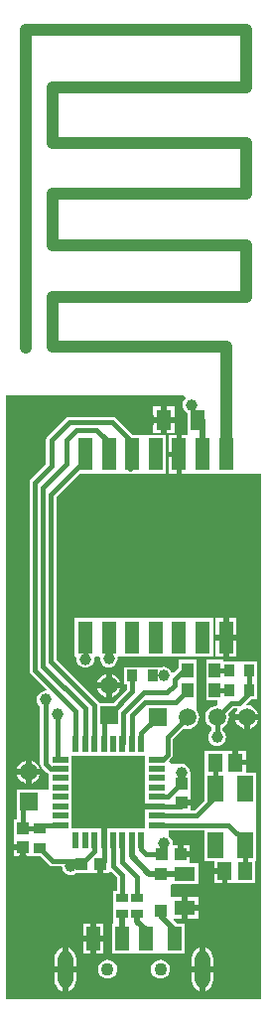
<source format=gtl>
G04 Layer_Physical_Order=1*
G04 Layer_Color=255*
%FSLAX43Y43*%
%MOMM*%
G71*
G01*
G75*
%ADD10R,1.300X2.800*%
%ADD11R,0.990X0.720*%
%ADD12R,1.000X1.000*%
%ADD13R,1.000X1.300*%
%ADD14R,0.900X1.000*%
%ADD15R,1.000X1.000*%
%ADD16R,1.300X1.500*%
%ADD17R,1.800X1.300*%
%ADD18R,1.300X1.800*%
%ADD19R,1.000X0.900*%
%ADD20R,1.473X0.508*%
%ADD21R,1.473X0.508*%
%ADD22R,0.508X1.473*%
%ADD23R,1.400X2.200*%
%ADD24R,1.200X2.000*%
%ADD25C,1.000*%
%ADD26C,0.400*%
%ADD27C,0.500*%
%ADD28C,1.500*%
%ADD29R,1.500X1.500*%
%ADD30O,1.300X3.200*%
%ADD31R,1.500X1.500*%
%ADD32C,1.000*%
%ADD33C,1.100*%
G36*
X15250Y51600D02*
X15377Y51458D01*
X15365Y51335D01*
X15245Y51178D01*
X15169Y50996D01*
X15144Y50800D01*
X15169Y50604D01*
X15245Y50422D01*
X15365Y50265D01*
X15522Y50145D01*
X15550Y50133D01*
Y48550D01*
X15550D01*
Y48254D01*
X15104D01*
Y46600D01*
Y44946D01*
X15758D01*
Y44950D01*
X16927D01*
Y44950D01*
X21881D01*
Y119D01*
X119D01*
Y51600D01*
X15250Y51600D01*
D02*
G37*
%LPC*%
G36*
X14454Y50704D02*
X13800D01*
Y49800D01*
X14454D01*
Y50704D01*
D02*
G37*
G36*
X13300D02*
X12646D01*
Y49800D01*
X13300D01*
Y50704D01*
D02*
G37*
G36*
X14454Y49300D02*
X13800D01*
Y48396D01*
X14454D01*
Y49300D01*
D02*
G37*
G36*
X13300D02*
X12646D01*
Y48396D01*
X13300D01*
Y49300D01*
D02*
G37*
G36*
X14604Y48254D02*
X13950D01*
Y46850D01*
X14604D01*
Y48254D01*
D02*
G37*
G36*
Y46350D02*
X13950D01*
Y44946D01*
X14604D01*
Y46350D01*
D02*
G37*
G36*
X9128Y49809D02*
X5479D01*
X5304Y49774D01*
X5155Y49674D01*
X3626Y48145D01*
X3526Y47996D01*
X3491Y47821D01*
Y45790D01*
X2226Y44524D01*
X2126Y44376D01*
X2091Y44200D01*
Y28200D01*
X2126Y28024D01*
X2226Y27876D01*
X3531Y26570D01*
X3493Y26493D01*
X3466Y26455D01*
X3279Y26431D01*
X3097Y26355D01*
X2940Y26235D01*
X2820Y26078D01*
X2744Y25896D01*
X2719Y25700D01*
X2744Y25504D01*
X2820Y25322D01*
X2940Y25165D01*
X2991Y25126D01*
Y20244D01*
X3026Y20068D01*
X3126Y19920D01*
X3556Y19489D01*
X3705Y19389D01*
X3734Y19384D01*
Y18496D01*
Y18000D01*
X1000D01*
Y16000D01*
X1041D01*
Y15450D01*
X750D01*
Y13950D01*
X750D01*
X746Y13854D01*
X746D01*
Y13350D01*
X1500D01*
Y13100D01*
X1750D01*
Y12346D01*
X2254D01*
Y12350D01*
X3051D01*
X3776Y11626D01*
X3924Y11526D01*
X4100Y11491D01*
X4845D01*
X4869Y11304D01*
X4945Y11122D01*
X5065Y10965D01*
X5222Y10845D01*
X5404Y10769D01*
X5600Y10744D01*
X5796Y10769D01*
X5978Y10845D01*
X6050Y10900D01*
X7260D01*
X7385Y10896D01*
X7385Y10896D01*
Y10896D01*
X7889D01*
Y11650D01*
X8389D01*
Y10896D01*
X8893D01*
Y11028D01*
X9020Y11081D01*
X9541Y10560D01*
Y9390D01*
X9255D01*
Y8170D01*
Y6550D01*
X9150D01*
Y4050D01*
X15223Y4050D01*
X15350Y4050D01*
X15350Y4050D01*
X15350Y4177D01*
Y6550D01*
X14708D01*
X14329Y6929D01*
X14377Y7046D01*
X15100D01*
Y7950D01*
Y8854D01*
X14196D01*
X14150Y8962D01*
Y9822D01*
X14150Y9844D01*
X14200Y9950D01*
X14271Y9950D01*
X14290Y9950D01*
X16500D01*
Y11750D01*
X15812D01*
X15704Y11796D01*
Y12300D01*
X14950D01*
Y12550D01*
X14700D01*
Y13304D01*
X14384D01*
X14300Y13399D01*
X14306Y13450D01*
X14281Y13646D01*
X14205Y13828D01*
X14085Y13985D01*
X13997Y14052D01*
X13937Y14159D01*
D01*
Y14159D01*
D01*
Y14461D01*
X13951Y14485D01*
X13986Y14528D01*
X14052Y14554D01*
X17000D01*
Y11950D01*
X17846D01*
Y11300D01*
X18750D01*
Y11050D01*
X19000D01*
Y10046D01*
X19654D01*
Y10050D01*
X21350D01*
Y11950D01*
X21400D01*
Y14650D01*
Y16750D01*
Y19450D01*
X20558D01*
Y20097D01*
X19654D01*
Y20347D01*
X19404D01*
Y21351D01*
X18750D01*
Y21347D01*
X17054D01*
Y19450D01*
X17000D01*
Y17112D01*
X16147Y16259D01*
X15827D01*
Y16650D01*
X15073D01*
Y17150D01*
X15827D01*
Y17654D01*
X15827D01*
X15827Y17654D01*
X15823Y17779D01*
Y19250D01*
X15823D01*
X15797Y19377D01*
X15806Y19450D01*
X15781Y19646D01*
X15705Y19828D01*
X15585Y19985D01*
X15428Y20105D01*
X15246Y20181D01*
X15050Y20206D01*
X14402D01*
X14402Y20206D01*
Y20206D01*
X14402D01*
D01*
X14212Y20206D01*
X14212Y20206D01*
X14127Y20284D01*
X13963Y20432D01*
X14020Y20539D01*
X14174Y20694D01*
X14274Y20842D01*
X14309Y21018D01*
Y22290D01*
X15261Y23242D01*
X15299Y23226D01*
X15560Y23191D01*
X15821Y23226D01*
X16064Y23326D01*
X16273Y23487D01*
X16434Y23696D01*
X16534Y23939D01*
X16569Y24200D01*
X16534Y24461D01*
X16434Y24704D01*
X16350Y24813D01*
Y25600D01*
Y27299D01*
Y29099D01*
X14850D01*
Y28462D01*
X14351Y27963D01*
X14203Y27994D01*
X14158Y28102D01*
X14038Y28259D01*
X13881Y28379D01*
X13699Y28455D01*
X13503Y28480D01*
X13402Y28467D01*
X13275Y28474D01*
X13275Y28474D01*
X13275Y28474D01*
X10175D01*
Y26974D01*
X10416D01*
Y26575D01*
X9201Y25360D01*
X8070D01*
X8065Y25384D01*
X7966Y25533D01*
X4359Y29140D01*
Y42972D01*
X6337Y44950D01*
X10660D01*
X10704Y44941D01*
X10749Y44950D01*
X13754D01*
Y48250D01*
X11954D01*
X11754Y48250D01*
Y48250D01*
X10877D01*
X9453Y49674D01*
X9304Y49774D01*
X9128Y49809D01*
D02*
G37*
G36*
X19758Y32654D02*
X19104D01*
Y31250D01*
X19758D01*
Y32654D01*
D02*
G37*
G36*
X18604D02*
X17950D01*
Y31250D01*
X18604D01*
Y32654D01*
D02*
G37*
G36*
X19758Y30750D02*
X19104D01*
Y29346D01*
X19758D01*
Y30750D01*
D02*
G37*
G36*
X18604D02*
X17950D01*
Y29346D01*
X18604D01*
Y30750D01*
D02*
G37*
G36*
X17754Y32650D02*
X5954D01*
Y29350D01*
X5996D01*
X6107Y29223D01*
X6098Y29150D01*
X6123Y28954D01*
X6199Y28772D01*
X6319Y28615D01*
X6476Y28495D01*
X6658Y28419D01*
X6854Y28394D01*
X7050Y28419D01*
X7232Y28495D01*
X7389Y28615D01*
X7509Y28772D01*
X7585Y28954D01*
X7611Y29150D01*
X7601Y29223D01*
X7712Y29350D01*
X8021D01*
X8105Y29255D01*
X8098Y29200D01*
X8123Y29004D01*
X8199Y28822D01*
X8319Y28665D01*
X8476Y28545D01*
X8658Y28469D01*
X8854Y28444D01*
X9050Y28469D01*
X9232Y28545D01*
X9389Y28665D01*
X9509Y28822D01*
X9585Y29004D01*
X9611Y29200D01*
X9603Y29255D01*
X9687Y29350D01*
X17754D01*
Y32650D01*
D02*
G37*
G36*
X9100Y27880D02*
Y27150D01*
X9830D01*
X9828Y27162D01*
X9727Y27406D01*
X9566Y27616D01*
X9356Y27777D01*
X9112Y27878D01*
X9100Y27880D01*
D02*
G37*
G36*
X8600D02*
X8588Y27878D01*
X8344Y27777D01*
X8134Y27616D01*
X7973Y27406D01*
X7872Y27162D01*
X7870Y27150D01*
X8600D01*
Y27880D01*
D02*
G37*
G36*
Y26650D02*
X7870D01*
X7872Y26638D01*
X7973Y26394D01*
X8134Y26184D01*
X8344Y26023D01*
X8588Y25922D01*
X8600Y25920D01*
Y26650D01*
D02*
G37*
G36*
X9830D02*
X9100D01*
Y25920D01*
X9112Y25922D01*
X9356Y26023D01*
X9566Y26184D01*
X9727Y26394D01*
X9828Y26638D01*
X9830Y26650D01*
D02*
G37*
G36*
X18650Y29099D02*
X17150D01*
Y27299D01*
Y25600D01*
X18100D01*
Y25209D01*
X17839Y25174D01*
X17596Y25073D01*
X17387Y24913D01*
X17226Y24704D01*
X17126Y24461D01*
X17091Y24200D01*
X17126Y23939D01*
X17226Y23696D01*
X17387Y23487D01*
X17596Y23326D01*
X17641Y23308D01*
Y23093D01*
X17565Y23035D01*
X17445Y22878D01*
X17369Y22696D01*
X17344Y22500D01*
X17369Y22304D01*
X17445Y22122D01*
X17565Y21965D01*
X17722Y21845D01*
X17904Y21769D01*
X18100Y21744D01*
X18296Y21769D01*
X18478Y21845D01*
X18635Y21965D01*
X18755Y22122D01*
X18831Y22304D01*
X18856Y22500D01*
X18831Y22696D01*
X18755Y22878D01*
X18635Y23035D01*
X18559Y23093D01*
Y23308D01*
X18604Y23326D01*
X18813Y23487D01*
X18973Y23696D01*
X19074Y23939D01*
X19109Y24200D01*
X19074Y24461D01*
X19055Y24507D01*
X19490Y24941D01*
X19783D01*
X19846Y24814D01*
X19763Y24706D01*
X19662Y24462D01*
X19660Y24450D01*
X21620D01*
X21618Y24462D01*
X21517Y24706D01*
X21356Y24916D01*
X21146Y25077D01*
X20902Y25178D01*
X20640Y25213D01*
X20590Y25206D01*
X20534Y25320D01*
X20964Y25750D01*
X21500D01*
Y27449D01*
X21500D01*
Y28949D01*
X18650D01*
Y29099D01*
D02*
G37*
G36*
X21620Y23950D02*
X20890D01*
Y23220D01*
X20902Y23222D01*
X21146Y23323D01*
X21356Y23484D01*
X21517Y23694D01*
X21618Y23938D01*
X21620Y23950D01*
D02*
G37*
G36*
X20390D02*
X19660D01*
X19662Y23938D01*
X19763Y23694D01*
X19924Y23484D01*
X20134Y23323D01*
X20378Y23222D01*
X20390Y23220D01*
Y23950D01*
D02*
G37*
G36*
X20558Y21351D02*
X19904D01*
Y20597D01*
X20558D01*
Y21351D01*
D02*
G37*
G36*
X2250Y20520D02*
Y19790D01*
X2980D01*
X2978Y19802D01*
X2877Y20046D01*
X2716Y20256D01*
X2506Y20417D01*
X2262Y20518D01*
X2250Y20520D01*
D02*
G37*
G36*
X1750D02*
X1738Y20518D01*
X1494Y20417D01*
X1284Y20256D01*
X1123Y20046D01*
X1022Y19802D01*
X1020Y19790D01*
X1750D01*
Y20520D01*
D02*
G37*
G36*
Y19290D02*
X1020D01*
X1022Y19278D01*
X1123Y19034D01*
X1284Y18824D01*
X1494Y18663D01*
X1738Y18562D01*
X1750Y18560D01*
Y19290D01*
D02*
G37*
G36*
X2980D02*
X2250D01*
Y18560D01*
X2262Y18562D01*
X2506Y18663D01*
X2716Y18824D01*
X2877Y19034D01*
X2978Y19278D01*
X2980Y19290D01*
D02*
G37*
G36*
X15704Y13304D02*
X15200D01*
Y12800D01*
X15704D01*
Y13304D01*
D02*
G37*
G36*
X1250Y12850D02*
X746D01*
Y12346D01*
X1250D01*
Y12850D01*
D02*
G37*
G36*
X18500Y10800D02*
X17846D01*
Y10046D01*
X18500D01*
Y10800D01*
D02*
G37*
G36*
X15600Y8854D02*
Y8200D01*
X16504D01*
Y8854D01*
X15600D01*
D02*
G37*
G36*
X16504Y7700D02*
X15600D01*
Y7046D01*
X16504D01*
Y7700D01*
D02*
G37*
G36*
X8354Y6554D02*
X7750D01*
Y5550D01*
X8354D01*
Y6554D01*
D02*
G37*
G36*
X7250D02*
X6646D01*
Y5550D01*
X7250D01*
Y6554D01*
D02*
G37*
G36*
X8354Y5050D02*
X7750D01*
Y4046D01*
X8354D01*
Y5050D01*
D02*
G37*
G36*
X7250D02*
X6646D01*
Y4046D01*
X7250D01*
Y5050D01*
D02*
G37*
G36*
X5400Y4525D02*
Y2950D01*
X6062D01*
Y3650D01*
X6031Y3886D01*
X5940Y4106D01*
X5795Y4295D01*
X5606Y4440D01*
X5400Y4525D01*
D02*
G37*
G36*
X4900D02*
X4694Y4440D01*
X4505Y4295D01*
X4360Y4106D01*
X4269Y3886D01*
X4238Y3650D01*
Y2950D01*
X4900D01*
Y4525D01*
D02*
G37*
G36*
X17100D02*
Y2950D01*
X17762D01*
Y3650D01*
X17731Y3886D01*
X17640Y4106D01*
X17495Y4295D01*
X17306Y4440D01*
X17100Y4525D01*
D02*
G37*
G36*
X16600D02*
X16394Y4440D01*
X16205Y4295D01*
X16060Y4106D01*
X15969Y3886D01*
X15938Y3650D01*
Y2950D01*
X16600D01*
Y4525D01*
D02*
G37*
G36*
X13250Y3507D02*
X13041Y3479D01*
X12847Y3399D01*
X12679Y3271D01*
X12551Y3103D01*
X12471Y2909D01*
X12443Y2700D01*
X12471Y2491D01*
X12551Y2297D01*
X12679Y2129D01*
X12847Y2001D01*
X13041Y1921D01*
X13250Y1893D01*
X13459Y1921D01*
X13653Y2001D01*
X13821Y2129D01*
X13949Y2297D01*
X14029Y2491D01*
X14057Y2700D01*
X14029Y2909D01*
X13949Y3103D01*
X13821Y3271D01*
X13653Y3399D01*
X13459Y3479D01*
X13250Y3507D01*
D02*
G37*
G36*
X8750D02*
X8541Y3479D01*
X8347Y3399D01*
X8179Y3271D01*
X8051Y3103D01*
X7971Y2909D01*
X7943Y2700D01*
X7971Y2491D01*
X8051Y2297D01*
X8179Y2129D01*
X8347Y2001D01*
X8541Y1921D01*
X8750Y1893D01*
X8959Y1921D01*
X9153Y2001D01*
X9321Y2129D01*
X9449Y2297D01*
X9529Y2491D01*
X9557Y2700D01*
X9529Y2909D01*
X9449Y3103D01*
X9321Y3271D01*
X9153Y3399D01*
X8959Y3479D01*
X8750Y3507D01*
D02*
G37*
G36*
X17762Y2450D02*
X17100D01*
Y875D01*
X17306Y960D01*
X17495Y1105D01*
X17640Y1294D01*
X17731Y1514D01*
X17762Y1750D01*
Y2450D01*
D02*
G37*
G36*
X6062Y2450D02*
X5400D01*
Y875D01*
X5606Y960D01*
X5795Y1105D01*
X5940Y1294D01*
X6031Y1514D01*
X6062Y1750D01*
Y2450D01*
D02*
G37*
G36*
X4900D02*
X4238D01*
Y1750D01*
X4269Y1514D01*
X4360Y1294D01*
X4505Y1105D01*
X4694Y960D01*
X4900Y875D01*
Y2450D01*
D02*
G37*
G36*
X16600Y2450D02*
X15938D01*
Y1750D01*
X15969Y1514D01*
X16060Y1294D01*
X16205Y1105D01*
X16394Y960D01*
X16600Y875D01*
Y2450D01*
D02*
G37*
%LPD*%
G36*
X11964Y20317D02*
X11963D01*
Y19309D01*
Y18496D01*
Y17709D01*
Y17121D01*
X11959D01*
Y16863D01*
X12950D01*
Y16363D01*
X11959D01*
Y16105D01*
X11963D01*
Y15296D01*
Y14678D01*
X8937D01*
Y14682D01*
X8679D01*
Y13692D01*
X8179D01*
Y14682D01*
X7921D01*
Y14678D01*
X5707D01*
Y15296D01*
Y16109D01*
Y16896D01*
Y17709D01*
Y18496D01*
Y19309D01*
Y20097D01*
Y20935D01*
X11964D01*
Y20317D01*
D02*
G37*
D10*
X10854Y46600D02*
D03*
X12854D02*
D03*
X6854D02*
D03*
X8854D02*
D03*
X14854D02*
D03*
X18854D02*
D03*
X16854D02*
D03*
X16854Y31000D02*
D03*
X18854D02*
D03*
X14854D02*
D03*
X8854D02*
D03*
X6854D02*
D03*
X10854D02*
D03*
X12854D02*
D03*
D11*
X11300Y8780D02*
D03*
Y7400D02*
D03*
X10000Y8780D02*
D03*
Y7400D02*
D03*
D12*
X13250Y10850D02*
D03*
Y7650D02*
D03*
X1500Y14700D02*
D03*
Y13100D02*
D03*
X15073Y18500D02*
D03*
Y16900D02*
D03*
D13*
X17900Y26500D02*
D03*
X15600D02*
D03*
X17900Y28199D02*
D03*
X15600D02*
D03*
D14*
X10875Y27724D02*
D03*
X12575D02*
D03*
X19100Y28199D02*
D03*
X20800D02*
D03*
X19100Y26500D02*
D03*
X20800D02*
D03*
D15*
X6539Y11650D02*
D03*
X8139D02*
D03*
X13350Y12550D02*
D03*
X14950D02*
D03*
D16*
X20450Y11050D02*
D03*
X18750D02*
D03*
X17954Y20347D02*
D03*
X19654D02*
D03*
D17*
X15350Y7950D02*
D03*
X15350Y10850D02*
D03*
D18*
X13550Y49550D02*
D03*
X16450D02*
D03*
D19*
X3000Y14750D02*
D03*
Y13050D02*
D03*
D20*
X12950Y15013D02*
D03*
Y15800D02*
D03*
Y16613D02*
D03*
Y17400D02*
D03*
Y18213D02*
D03*
Y19000D02*
D03*
Y19813D02*
D03*
X4720Y20601D02*
D03*
Y19813D02*
D03*
Y19000D02*
D03*
Y18213D02*
D03*
Y17400D02*
D03*
Y16613D02*
D03*
Y15800D02*
D03*
Y15013D02*
D03*
D21*
X12950Y20601D02*
D03*
D22*
X11629Y21921D02*
D03*
X10842D02*
D03*
X10029D02*
D03*
X9242D02*
D03*
X8429D02*
D03*
X7641D02*
D03*
X6829D02*
D03*
X6041D02*
D03*
Y13692D02*
D03*
X6829D02*
D03*
X7641D02*
D03*
X8429D02*
D03*
X9242D02*
D03*
X10029D02*
D03*
X10842D02*
D03*
X11629D02*
D03*
D23*
X17950Y13300D02*
D03*
Y18100D02*
D03*
X20450D02*
D03*
Y13300D02*
D03*
D24*
X14500Y5300D02*
D03*
X12000D02*
D03*
X7500D02*
D03*
X10000D02*
D03*
D25*
X20600Y77900D02*
Y82750D01*
X4050Y77900D02*
X20600D01*
X4050Y73100D02*
Y77900D01*
X20600Y60050D02*
Y64450D01*
X4050D02*
X20600D01*
X4050D02*
Y68800D01*
X20600D02*
Y73100D01*
X4050Y68800D02*
X20600D01*
X4050Y73100D02*
X20600D01*
X1800Y82750D02*
X20600D01*
X1800Y55700D02*
Y82750D01*
X4050Y60050D02*
X20600D01*
X4050Y55800D02*
Y60050D01*
X18854Y46600D02*
Y55800D01*
X4050D02*
X18854D01*
D26*
X3881Y19813D02*
X4720D01*
X3450Y20244D02*
X3881Y19813D01*
X9128Y49350D02*
X10854Y47624D01*
X5479Y49350D02*
X9128D01*
X3950Y47821D02*
X5479Y49350D01*
X7779Y48700D02*
X8854Y47625D01*
X6104Y48700D02*
X7779D01*
X5254Y47850D02*
X6104Y48700D01*
X8854Y46600D02*
Y47625D01*
X10854Y46600D02*
Y47624D01*
X3950Y45600D02*
Y47821D01*
X2550Y44200D02*
X3950Y45600D01*
X3250Y43796D02*
X5254Y45800D01*
X3900Y43162D02*
X6854Y46116D01*
X4491Y20651D02*
X4500Y20660D01*
X4238Y20601D02*
X4491Y20651D01*
X13850Y17400D02*
X14950Y18500D01*
X12950Y17400D02*
X13850D01*
X8429Y11904D02*
Y13692D01*
X8175Y11650D02*
X8429Y11904D01*
X3000Y14750D02*
X3263Y15013D01*
X2950Y14700D02*
X3000Y14750D01*
X3263Y15013D02*
X4720D01*
X1500Y14700D02*
X2950D01*
X3000Y13050D02*
X4100Y11950D01*
X10000Y8780D02*
Y10750D01*
X9242Y11508D02*
X10000Y10750D01*
X9242Y11508D02*
Y13692D01*
X10029Y11836D02*
X11300Y10565D01*
X10029Y11836D02*
Y13692D01*
X11300Y8800D02*
Y10565D01*
X17950Y18100D02*
X17954Y18104D01*
Y20347D01*
X12050Y12550D02*
X13350D01*
X11629Y12971D02*
X12050Y12550D01*
X11629Y12971D02*
Y13692D01*
X17950Y17413D02*
Y18100D01*
X16337Y15800D02*
X17950Y17413D01*
X12950Y15800D02*
X16337D01*
X20450Y11050D02*
Y13300D01*
X19037Y15013D02*
X20450Y13600D01*
X12950Y15013D02*
X19037D01*
X20450Y13300D02*
Y13600D01*
X6854Y29150D02*
Y31000D01*
X8854Y46200D02*
Y46600D01*
X5254Y45800D02*
Y47850D01*
X7641Y12804D02*
Y13692D01*
X12800Y16613D02*
X12950D01*
X14987D01*
X6787Y11950D02*
X7641Y12804D01*
X1500Y14700D02*
Y16500D01*
X2000Y17000D01*
X11629Y21921D02*
Y22809D01*
X13020Y24200D01*
X12950Y20601D02*
X13433D01*
X13850Y21018D01*
Y22480D01*
X15570Y24200D01*
X10029Y21921D02*
X10100Y21992D01*
X8429Y21921D02*
Y23879D01*
X10100Y21992D02*
Y24569D01*
X10842Y21921D02*
Y24392D01*
X6704Y46116D02*
Y47050D01*
X7641Y21921D02*
Y25209D01*
X3900Y28950D02*
Y43162D01*
Y28950D02*
X7641Y25209D01*
X6829Y21921D02*
Y24971D01*
X3250Y28550D02*
Y43796D01*
Y28550D02*
X6829Y24971D01*
X10704Y45400D02*
Y46750D01*
X6041Y21921D02*
Y24709D01*
X2550Y28200D02*
Y44200D01*
Y28200D02*
X6041Y24709D01*
X3450Y20244D02*
Y25700D01*
X4500Y20660D02*
Y24450D01*
X8850Y24360D02*
X10875Y26385D01*
Y27724D01*
X8429Y23879D02*
X8900Y24350D01*
X10842Y24392D02*
X11950Y25500D01*
X10100Y24569D02*
X11831Y26300D01*
X13800D01*
X14453Y26953D01*
Y27416D01*
X15236Y28199D01*
X15600D01*
X11950Y25500D02*
X14600D01*
X15600Y26500D01*
X18100Y24200D02*
X19300Y25400D01*
X18100Y22500D02*
Y24200D01*
X17900Y28199D02*
X19100D01*
X17900Y26500D02*
X19100D01*
X19300Y25400D02*
X19965D01*
X20800Y26235D01*
X4100Y11950D02*
X6787D01*
X20800Y26235D02*
Y28199D01*
D27*
X12300Y10850D02*
X15350D01*
X10842Y12308D02*
X12300Y10850D01*
X14500Y5300D02*
Y6037D01*
X13250Y7287D02*
X14500Y6037D01*
X13250Y7287D02*
Y7650D01*
X15350Y10850D02*
X15700D01*
X10842Y12308D02*
Y13692D01*
X15700Y10850D02*
X15700Y10850D01*
X8854Y31000D02*
X8854Y31000D01*
X8854Y29200D02*
Y31000D01*
X10000Y5300D02*
Y7400D01*
X11300Y6750D02*
Y7400D01*
Y6750D02*
X12000Y6050D01*
Y5300D02*
Y6050D01*
X16854Y46600D02*
Y49550D01*
D28*
X2000Y19540D02*
D03*
X8850Y26900D02*
D03*
X15560Y24200D02*
D03*
X18100D02*
D03*
X20640D02*
D03*
D29*
X2000Y17000D02*
D03*
X8850Y24360D02*
D03*
D30*
X16850Y2700D02*
D03*
X5150D02*
D03*
D31*
X13020Y24200D02*
D03*
D32*
X21150Y44200D02*
D03*
X15900Y50800D02*
D03*
X1550Y12000D02*
D03*
X2700Y2750D02*
D03*
X15050Y19450D02*
D03*
X16394Y17654D02*
D03*
X8150Y10500D02*
D03*
X13550Y13450D02*
D03*
X6854Y29150D02*
D03*
X1200Y36300D02*
D03*
X20694Y29691D02*
D03*
X19654Y21800D02*
D03*
X1200Y49400D02*
D03*
X18750Y9650D02*
D03*
X16115Y13900D02*
D03*
X19250Y2700D02*
D03*
X12350Y49550D02*
D03*
X8854Y29200D02*
D03*
X5600Y11500D02*
D03*
X7500Y7150D02*
D03*
X1200Y23650D02*
D03*
X17039Y7950D02*
D03*
X3475Y25700D02*
D03*
X4500Y24450D02*
D03*
X13503Y27724D02*
D03*
X15300Y21800D02*
D03*
X18100Y22500D02*
D03*
D33*
X13250Y2700D02*
D03*
X8750D02*
D03*
M02*

</source>
